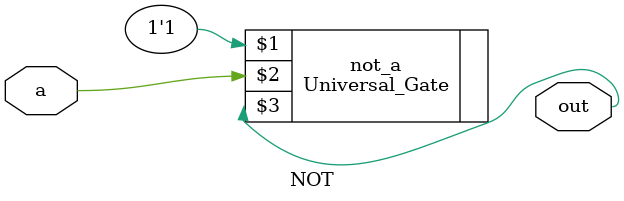
<source format=v>
`timescale 1ns/1ps
`include "Universal_Gate.v"

module Decode_And_Execute(rs, rt, sel, rd);
input [3:0] rs, rt;
input [2:0] sel;
output [3:0] rd;

wire [3:0] I0, I1, I2, I3, I4, I5, I6, I7;
wire [3:0] w0, w1, w2, w3, w4, w5;

ADD add(rs, rt, I0);
SUB sub(rs, rt, I1);
Bitwise_AND bit_and(rs, rt, I2);
Bitwise_OR bit_or(rs, rt, I3);
rs_L_shift l_shift(rs, I4);
rt_R_shift r_shift(rt, I5);
Equality equality(rs, rt, I6);
Grater_than grater_than(rs, rt, I7);

Mux mux0[3:0](I0, I1, sel[0], w0);
Mux mux1[3:0](I2, I3, sel[0], w1);
Mux mux2[3:0](I4, I5, sel[0], w2);
Mux mux3[3:0](I6, I7, sel[0], w3);
Mux mux4[3:0](w0, w1, sel[1], w4);
Mux mux5[3:0](w2, w3, sel[1], w5);
Mux mux6[3:0](w4, w5, sel[2], rd);

endmodule


module ADD(rs, rt, rd);
input [3:0] rs, rt;
output [3:0] rd;

Adder add_rs_rt(.rs(rs), .rt(rt), .rd(rd));

endmodule

module SUB(rs, rt, rd);
input [3:0] rs, rt;
output [3:0] rd;

Substractor sub_rs_rt(.rs(rs), .rt(rt), .rd(rd));

endmodule

module Bitwise_AND(rs, rt, rd);
input [3:0] rs, rt;
output [3:0] rd;

AND bitwise_and[3:0](rs, rt, rd);

endmodule

module Bitwise_OR(rs, rt, rd);
input [3:0] rs, rt;
output [3:0] rd;

OR bitwise_or[3:0](rs, rt, rd);

endmodule

module rs_L_shift(rs, rd);
input [3:0] rs;
output [3:0] rd;

wire [3:0] rs_neg;

NOT not_rs[3:0](rs, rs_neg);

NOT not0(rs_neg[2], rd[3]);
NOT not1(rs_neg[1], rd[2]);
NOT not2(rs_neg[0], rd[1]);
NOT not3(rs_neg[3], rd[0]);

endmodule

module rt_R_shift(rt, rd);
input [3:0] rt;
output [3:0] rd;

wire [3:0] rt_neg;

NOT not_rg[3:0](rt, rt_neg);

NOT not0(rt_neg[3], rd[3]);
NOT not1(rt_neg[3], rd[2]);
NOT not2(rt_neg[2], rd[1]);
NOT not3(rt_neg[1], rd[0]);


endmodule

module Equality(rs, rt, rd);
input [3:0] rs, rt;
output [3:0] rd;

wire w0, w1;
wire rs0_neg;
wire equal_rs0_rt0, equal_rs1_rt1, equal_rs2_rt2, equal_rs3_rt3;

XNOR rs0_equal_rt0(rs[0], rt[0], equal_rs0_rt0);
XNOR rs1_equal_rt1(rs[1], rt[1], equal_rs1_rt1);
XNOR rs2_equal_rt2(rs[2], rt[2], equal_rs2_rt2);
XNOR rs3_equal_rt3(rs[3], rt[3], equal_rs3_rt3);

//combine 4 bits equality
AND and0(equal_rs0_rt0, equal_rs1_rt1, w0);
AND and1(w0, equal_rs2_rt2, w1);
AND and2(w1, equal_rs3_rt3, rd[0]);

//let rd[1] rd[2] rd[3] be one
NOT not_rs0(rs[0], rs0_neg);
OR rd0_One(rs[0], rs0_neg, rd[1]);
OR rd2_One(rs[0], rs0_neg, rd[2]);
OR rd3_One(rs[0], rs0_neg, rd[3]);

endmodule

module Equality_1bit(rs, rt, rd);
input rs, rt;
output rd;

XNOR equality_rs_rt(rs, rt, rd);

endmodule

module Grater_than(rs, rt, rd);
input [3:0] rs, rt;
output [3:0] rd;

wire rs0_neg;
wire w0, w1, w2, w3, w4, w5, w6, w7;
wire w8, w9, w10, w11, w12, w13, w14, w15;
wire w16, w17, w18;
wire zero, one;

NOT not_rs0(rs[0], rs0_neg);
AND Zero(rs[0], rs0_neg, zero);
OR One(rs[0], rs0_neg, one);

//rs[3] > rt[3]
Grater_than_1bit rs3_grater_rt3(rs[3], rt[3], w0);

//rs[3] == rt[3] rs[2] > rt[2]
Equality_1bit rs3_equal_rt3(rs[3], rt[3], w1);
Grater_than_1bit rs2_grater_rt2(rs[2], rt[2], w2);
AND m9(w1, w2, w3);

//rs[3] == rt[3] rs[2] == rt[2] rs[1] > rt[1]
Equality_1bit rs3_equal_rt3_2(rs[3], rt[3], w4);
Equality_1bit rs2_equal_rt2(rs[2], rt[2], w5);
Grater_than_1bit rs1_grater_rt1(rs[1], rt[1], w6);
AND m13(w4, w5, w7);
AND m14(w7, w6, w8);

//rs[3] == rt[3] rs[2] == rt[2] rs[1] > rt[1]
Equality_1bit rs3_equal_rt3_3(rs[3], rt[3], w9);
Equality_1bit rs2_equal_rt2_2(rs[2], rt[2], w10);
Equality_1bit rs1_equal_rt1(rs[1], rt[1], w11);
Grater_than_1bit rs0_grater_rt0(rs[0], rt[0], w12);
AND m19(w9, w10, w13);
AND m20(w11, w13, w14);
AND m21(w12, w14, w15);

OR OR0(w0, w3, w16);
OR OR1(w16, w8, w17);
OR OR2(w17, w15, rd[0]);

NOT rd3_zero(zero, rd[3]);
NOT rd2_one(one, rd[2]);
NOT rd1_zero(zero, rd[1]);

endmodule

module Grater_than_1bit (a, b, out);
input a, b;
output out;

//out == 1 when a == 1 and b == 0
wire b_neg;

NOT not_b(b, b_neg);
AND and_a_negb(a, b_neg, out);

endmodule

module Adder(rs, rt, rd);
input [3:0] rs, rt;
output [3:0] rd;

wire zero, rs0_neg;

NOT not_rs0(rs[0], rs0_neg);
AND Zero(rs[0], rs0_neg, zero);

Ripple_Carry_Adder r_adder0(.rs(rs), .rt(rt), .rd(rd), .cin(zero));

endmodule


module Substractor(rs, rt, rd);
input [3:0] rs, rt;
output [3:0] rd;

wire one, rs0_neg;
wire [3:0] rt_neg;

NOT not_rs0(rs[0], rs0_neg);
OR One(rs[0], rs0_neg, one);

//1's complement of rt
NOT rt_1complement[3:0](rt, rt_neg);

Ripple_Carry_Adder r_adder0(.rs(rs), .rt(rt_neg), .rd(rd), .cin(one));

endmodule


module Ripple_Carry_Adder(rs, rt, rd, cin);
input [3:0] rs, rt;
input cin;
output [3:0] rd;

wire rs0_neg;
wire [3:0] c;

Full_Adder fadder0(.a(rs[0]), .b(rt[0]), .cin(cin), .cout(c[0]), .sum(rd[0]));
Full_Adder fadder1(.a(rs[1]), .b(rt[1]), .cin(c[0]), .cout(c[1]), .sum(rd[1]));
Full_Adder fadder2(.a(rs[2]), .b(rt[2]), .cin(c[1]), .cout(c[2]), .sum(rd[2]));
Full_Adder fadder3(.a(rs[3]), .b(rt[3]), .cin(c[2]), .cout(c[3]), .sum(rd[3]));

endmodule

module Full_Adder(a, b, cin, cout, sum);
input a, b, cin;
output cout, sum;

wire a_xor_b, w1, w2, w3, w4;

XOR xor_a_b(a, b, a_xor_b);
XOR xor_a_b_cin(a_xor_b, cin, sum);

AND and_a_b(a, b, w1);
AND and_a_cin(a, cin, w2);
AND and_b_cin(b, cin, w3);
OR or0(w1, w2, w4);
OR or1(w3, w4, cout);

endmodule

module Mux(a, b, sel, f);
input a, b;
input sel;
output f;

wire neg_sel;
wire tmp_a, tmp_b;

NOT not_sel(sel, neg_sel);

AND and_a_negsel(a, neg_sel, tmp_a);
AND and_b_sel(b, sel, tmp_b);

OR or0(tmp_a, tmp_b, f);

endmodule

module AND(a, b, out);
input a, b;
output out;

wire b_neg;

NOT not_b(b, b_neg);
Universal_Gate and_a_b(a, b_neg, out);

endmodule


module OR(a, b, out);
input a, b;
output out;

wire a_neg, a_nor_b;

NOT not_a(a, a_neg);
Universal_Gate nor_a_b(a_neg, b, a_nor_b);
NOT or_a_b(a_nor_b, out);

endmodule

module XOR(a, b, out);
input a, b;
output out;

wire a_neg, b_neg, a_and_negb, nega_and_b;

NOT not_a(a, a_neg);
NOT not_b(b, b_neg);

AND and_a_negb(a, b_neg, a_and_negb);
AND and_nega_b(a_neg, b, nega_and_b);

OR xor_a_b(a_and_negb, nega_and_b, out);

endmodule

module NAND(a, b, out);
input a, b;
output out;

wire a_and_b;

AND and_a_b(a, b, a_and_b);
NOT nand_a_b(a_and_b, out);

endmodule

module NOR(a, b, out);
input a, b;
output out;

wire a_or_b;

OR or_a_b(a, b, a_or_b);
NOT nor_a_b(a_or_b, out);

endmodule

module XNOR(a, b, out);
input a, b;
output out;

wire a_neg, b_neg;
wire nega_and_negb, a_and_b;

NOT not_a(a, a_neg);
NOT not_b(b, b_neg);

AND and_nega_negb(a_neg, b_neg, nega_and_negb);
AND and_a_b(a, b, a_and_b);

OR xnor_a_b(nega_and_negb, a_and_b, out);

endmodule

module NOT(a, out);
input a;
output out;

Universal_Gate not_a(1'b1, a, out);

endmodule

</source>
